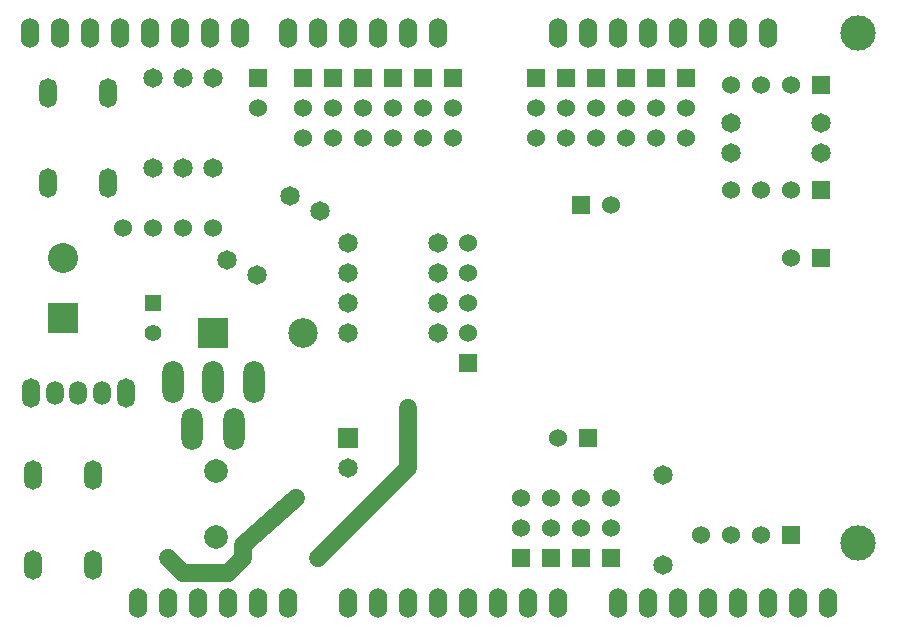
<source format=gtl>
G04 (created by PCBNEW (2013-june-11)-stable) date mié 05 feb 2014 13:03:56 CET*
%MOIN*%
G04 Gerber Fmt 3.4, Leading zero omitted, Abs format*
%FSLAX34Y34*%
G01*
G70*
G90*
G04 APERTURE LIST*
%ADD10C,0.00393701*%
%ADD11O,0.0590551X0.0787402*%
%ADD12O,0.0590551X0.0984252*%
%ADD13R,0.0984252X0.0984252*%
%ADD14C,0.0984252*%
%ADD15O,0.06X0.1*%
%ADD16C,0.11811*%
%ADD17R,0.055X0.055*%
%ADD18C,0.055*%
%ADD19C,0.0787*%
%ADD20O,0.0705X0.141*%
%ADD21C,0.06*%
%ADD22R,0.1X0.1*%
%ADD23C,0.1*%
%ADD24C,0.065*%
%ADD25R,0.06X0.06*%
%ADD26R,0.065X0.065*%
%ADD27C,0.0590551*%
%ADD28C,0.0590551*%
G04 APERTURE END LIST*
G54D10*
G54D11*
X52212Y-40500D03*
X53000Y-40500D03*
X53787Y-40500D03*
G54D12*
X54574Y-40500D03*
X51425Y-40500D03*
G54D13*
X57500Y-38500D03*
G54D14*
X60500Y-38500D03*
G54D15*
X69000Y-28500D03*
X70000Y-28500D03*
X71000Y-28500D03*
X72000Y-28500D03*
X73000Y-28500D03*
X74000Y-28500D03*
X75000Y-28500D03*
X76000Y-28500D03*
X78000Y-47500D03*
X77000Y-47500D03*
X76000Y-47500D03*
X75000Y-47500D03*
X71000Y-47500D03*
X69000Y-47500D03*
X68000Y-47500D03*
X72000Y-47500D03*
X73000Y-47500D03*
X74000Y-47500D03*
X67000Y-47500D03*
X66000Y-47500D03*
X65000Y-47500D03*
X62000Y-47500D03*
X63000Y-47500D03*
X64000Y-47500D03*
X60000Y-47500D03*
X59000Y-47500D03*
X58000Y-47500D03*
X56000Y-47500D03*
X55000Y-47500D03*
X65000Y-28500D03*
X64000Y-28500D03*
X63000Y-28500D03*
X62000Y-28500D03*
X61000Y-28500D03*
X60000Y-28500D03*
X58400Y-28500D03*
X57400Y-28500D03*
X56400Y-28500D03*
X55400Y-28500D03*
X54400Y-28500D03*
X53400Y-28500D03*
X52400Y-28500D03*
X51400Y-28500D03*
X57000Y-47500D03*
G54D16*
X79000Y-28500D03*
X79000Y-45500D03*
G54D17*
X55500Y-37500D03*
G54D18*
X55500Y-38500D03*
G54D19*
X57600Y-45300D03*
X57600Y-43100D03*
G54D20*
X58850Y-40150D03*
X58200Y-41700D03*
X57500Y-40150D03*
X56800Y-41700D03*
X56150Y-40150D03*
G54D21*
X57500Y-35000D03*
X55500Y-35000D03*
X54500Y-35000D03*
X56500Y-35000D03*
G54D22*
X52500Y-38000D03*
G54D23*
X52500Y-36000D03*
G54D24*
X58939Y-36560D03*
X61060Y-34439D03*
X57500Y-30000D03*
X57500Y-33000D03*
X56500Y-30000D03*
X56500Y-33000D03*
X55500Y-30000D03*
X55500Y-33000D03*
X60060Y-33939D03*
X57939Y-36060D03*
G54D25*
X66000Y-39500D03*
G54D21*
X66000Y-38500D03*
X66000Y-37500D03*
X66000Y-36500D03*
X66000Y-35500D03*
G54D24*
X65000Y-35500D03*
X62000Y-35500D03*
X65000Y-36500D03*
X62000Y-36500D03*
X65000Y-37500D03*
X62000Y-37500D03*
X65000Y-38500D03*
X62000Y-38500D03*
G54D25*
X67750Y-46000D03*
G54D21*
X67750Y-45000D03*
X67750Y-44000D03*
G54D25*
X68750Y-46000D03*
G54D21*
X68750Y-45000D03*
X68750Y-44000D03*
G54D25*
X59000Y-30000D03*
G54D21*
X59000Y-31000D03*
G54D25*
X60500Y-30000D03*
G54D21*
X60500Y-31000D03*
X60500Y-32000D03*
G54D25*
X61500Y-30000D03*
G54D21*
X61500Y-31000D03*
X61500Y-32000D03*
G54D25*
X62500Y-30000D03*
G54D21*
X62500Y-31000D03*
X62500Y-32000D03*
G54D25*
X63500Y-30000D03*
G54D21*
X63500Y-31000D03*
X63500Y-32000D03*
G54D25*
X64500Y-30000D03*
G54D21*
X64500Y-31000D03*
X64500Y-32000D03*
G54D25*
X65500Y-30000D03*
G54D21*
X65500Y-31000D03*
X65500Y-32000D03*
G54D25*
X69750Y-46000D03*
G54D21*
X69750Y-45000D03*
X69750Y-44000D03*
G54D25*
X70750Y-46000D03*
G54D21*
X70750Y-45000D03*
X70750Y-44000D03*
G54D25*
X77750Y-30250D03*
G54D21*
X76750Y-30250D03*
X75750Y-30250D03*
X74750Y-30250D03*
G54D24*
X77750Y-32500D03*
X74750Y-32500D03*
X77750Y-31500D03*
X74750Y-31500D03*
G54D25*
X77750Y-33750D03*
G54D21*
X76750Y-33750D03*
X75750Y-33750D03*
X74750Y-33750D03*
G54D25*
X76750Y-45250D03*
G54D21*
X75750Y-45250D03*
X74750Y-45250D03*
X73750Y-45250D03*
G54D24*
X72500Y-43250D03*
X72500Y-46250D03*
G54D25*
X68250Y-30000D03*
G54D21*
X68250Y-31000D03*
X68250Y-32000D03*
G54D25*
X69250Y-30000D03*
G54D21*
X69250Y-31000D03*
X69250Y-32000D03*
G54D25*
X70250Y-30000D03*
G54D21*
X70250Y-31000D03*
X70250Y-32000D03*
G54D25*
X71250Y-30000D03*
G54D21*
X71250Y-31000D03*
X71250Y-32000D03*
G54D25*
X72250Y-30000D03*
G54D21*
X72250Y-31000D03*
X72250Y-32000D03*
G54D25*
X73250Y-30000D03*
G54D21*
X73250Y-31000D03*
X73250Y-32000D03*
G54D25*
X77750Y-36000D03*
G54D21*
X76750Y-36000D03*
G54D25*
X69750Y-34250D03*
G54D21*
X70750Y-34250D03*
G54D25*
X70000Y-42000D03*
G54D21*
X69000Y-42000D03*
G54D26*
X62000Y-42000D03*
G54D24*
X62000Y-43000D03*
G54D12*
X51500Y-43250D03*
X53500Y-43250D03*
X51500Y-46250D03*
X53500Y-46250D03*
X52000Y-30500D03*
X54000Y-30500D03*
X52000Y-33500D03*
X54000Y-33500D03*
G54D27*
X64000Y-41000D03*
X61000Y-46000D03*
X56000Y-46000D03*
X60250Y-44000D03*
G54D28*
X64000Y-43000D02*
X64000Y-41000D01*
X61000Y-46000D02*
X64000Y-43000D01*
X56500Y-46500D02*
X56000Y-46000D01*
X58000Y-46500D02*
X56500Y-46500D01*
X58500Y-46000D02*
X58000Y-46500D01*
X58500Y-45557D02*
X58500Y-46000D01*
X60250Y-44000D02*
X58500Y-45557D01*
M02*

</source>
